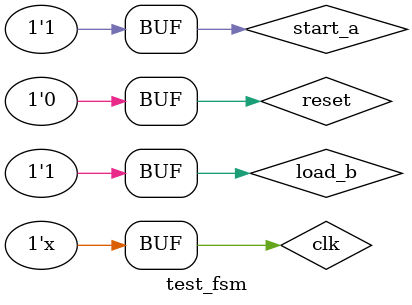
<source format=v>
`timescale 1ns / 1ps


module test_fsm;

	// Inputs
	reg clk;
	reg start_a;
	reg load_b;
	reg reset;

	// Outputs
	wire shift_a;
	wire latch_b;
	wire latch_c;
	wire shift_c;
	wire start_c;

	// Instantiate the Unit Under Test (UUT)
	fsm uut (
		.clk(clk), 
		.start_a(start_a), 
		.load_b(load_b), 
		.reset(reset), 
		.shift_a(shift_a), 
		.latch_b(latch_b), 
		.latch_c(latch_c), 
		.shift_c(shift_c), 
		.start_c(start_c)
	);

	initial begin
		#5;
		// Initialize Inputs
		clk = 0;
		start_a = 1;
		load_b = 1;
		reset = 0;

		// Wait 100 ns for global reset to finish
		#100;
		
        
		// Add stimulus here

	end
	
	always #50 clk = ~clk;
      
endmodule


</source>
